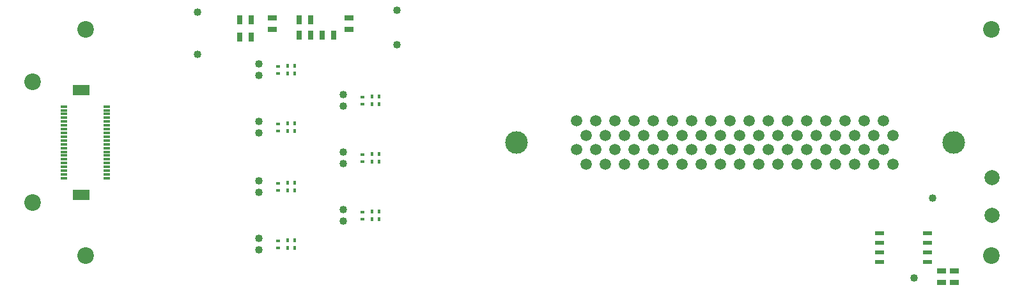
<source format=gts>
G04 (created by PCBNEW (2013-mar-13)-testing) date Sat 16 Nov 2013 03:56:29 AM CET*
%MOIN*%
G04 Gerber Fmt 3.4, Leading zero omitted, Abs format*
%FSLAX34Y34*%
G01*
G70*
G90*
G04 APERTURE LIST*
%ADD10C,0.005906*%
%ADD11R,0.045000X0.025000*%
%ADD12C,0.040000*%
%ADD13R,0.025000X0.045000*%
%ADD14R,0.015700X0.023600*%
%ADD15R,0.023600X0.015700*%
%ADD16C,0.078740*%
%ADD17R,0.045000X0.020000*%
%ADD18C,0.086614*%
%ADD19R,0.035433X0.011811*%
%ADD20R,0.086614X0.053150*%
%ADD21C,0.059055*%
%ADD22C,0.118110*%
G04 APERTURE END LIST*
G54D10*
G54D11*
X89900Y-58500D03*
X89900Y-57900D03*
X55000Y-45300D03*
X55000Y-44700D03*
X59000Y-45300D03*
X59000Y-44700D03*
G54D12*
X88470Y-58240D03*
X54300Y-47098D03*
X54300Y-47698D03*
X58700Y-48698D03*
X58700Y-49298D03*
X54300Y-50098D03*
X54300Y-50698D03*
X58700Y-51698D03*
X58700Y-52298D03*
X54300Y-53198D03*
X54300Y-53798D03*
X58700Y-54698D03*
X58700Y-55298D03*
X54300Y-56198D03*
X54300Y-56798D03*
G54D13*
X57000Y-44800D03*
X56400Y-44800D03*
X53300Y-45700D03*
X53900Y-45700D03*
X57600Y-45600D03*
X58200Y-45600D03*
X53300Y-44800D03*
X53900Y-44800D03*
X57000Y-45600D03*
X56400Y-45600D03*
G54D14*
X60577Y-54798D03*
X60223Y-54798D03*
X60577Y-55198D03*
X60223Y-55198D03*
X56177Y-56698D03*
X55823Y-56698D03*
X56177Y-56298D03*
X55823Y-56298D03*
X56177Y-53698D03*
X55823Y-53698D03*
X56177Y-53298D03*
X55823Y-53298D03*
X60577Y-52198D03*
X60223Y-52198D03*
X60577Y-51798D03*
X60223Y-51798D03*
X56177Y-50598D03*
X55823Y-50598D03*
X56177Y-50198D03*
X55823Y-50198D03*
X60577Y-49198D03*
X60223Y-49198D03*
X60577Y-48798D03*
X60223Y-48798D03*
X56177Y-47598D03*
X55823Y-47598D03*
X56177Y-47198D03*
X55823Y-47198D03*
G54D15*
X55300Y-47221D03*
X55300Y-47575D03*
X59700Y-48821D03*
X59700Y-49175D03*
X55300Y-50221D03*
X55300Y-50575D03*
X59700Y-51821D03*
X59700Y-52175D03*
X55300Y-53321D03*
X55300Y-53675D03*
X55300Y-56321D03*
X55300Y-56675D03*
X59700Y-55175D03*
X59700Y-54821D03*
G54D11*
X90570Y-58500D03*
X90570Y-57900D03*
G54D16*
X92550Y-54984D03*
X92550Y-53015D03*
G54D12*
X61500Y-46100D03*
X89450Y-54100D03*
G54D17*
X89170Y-55920D03*
X89170Y-56420D03*
X89170Y-56920D03*
X89170Y-57420D03*
X86670Y-57420D03*
X86670Y-56920D03*
X86670Y-56420D03*
X86670Y-55920D03*
G54D18*
X45275Y-45275D03*
X45275Y-57086D03*
G54D19*
X46397Y-53051D03*
X44153Y-53051D03*
X46397Y-52854D03*
X44153Y-52854D03*
X46397Y-52657D03*
X44153Y-52657D03*
X46397Y-52460D03*
X44153Y-52460D03*
X46397Y-52263D03*
X44153Y-52263D03*
X46397Y-52066D03*
X44153Y-52066D03*
X46397Y-51870D03*
X44153Y-51870D03*
X46397Y-51673D03*
X44153Y-51673D03*
X46397Y-51476D03*
X44153Y-51476D03*
X46397Y-51279D03*
X44153Y-51279D03*
X46397Y-51082D03*
X44153Y-51082D03*
X46397Y-50885D03*
X44153Y-50885D03*
X46397Y-50688D03*
X44153Y-50688D03*
X46397Y-50492D03*
X44153Y-50492D03*
X46397Y-50295D03*
X44153Y-50295D03*
X46397Y-50098D03*
X44153Y-50098D03*
X46397Y-49901D03*
X44153Y-49901D03*
X46397Y-49704D03*
X44153Y-49704D03*
X46397Y-49507D03*
X44153Y-49507D03*
X46397Y-49311D03*
X44153Y-49311D03*
G54D20*
X45039Y-53909D03*
X45039Y-48454D03*
G54D18*
X42519Y-48031D03*
X42519Y-54330D03*
G54D21*
X87383Y-50806D03*
X87383Y-52306D03*
X86883Y-50056D03*
X86883Y-51556D03*
X86383Y-50806D03*
X86383Y-52306D03*
X85883Y-50056D03*
X85883Y-51556D03*
X85383Y-50806D03*
X85383Y-52306D03*
X84883Y-50056D03*
X84883Y-51556D03*
X84383Y-50806D03*
X84383Y-52306D03*
X83883Y-50056D03*
X83883Y-51556D03*
X83383Y-50806D03*
X83383Y-52306D03*
X82883Y-50056D03*
X82883Y-51556D03*
X82383Y-50806D03*
X82383Y-52306D03*
X81883Y-50056D03*
X81883Y-51556D03*
X81383Y-50806D03*
X81383Y-52306D03*
X80883Y-50056D03*
X80883Y-51556D03*
X80383Y-50806D03*
X80383Y-52306D03*
X79883Y-50056D03*
X79883Y-51556D03*
X79383Y-50806D03*
X79383Y-52306D03*
X78883Y-50056D03*
X78883Y-51556D03*
X78383Y-50806D03*
X78383Y-52306D03*
X77883Y-50056D03*
X77883Y-51556D03*
X77383Y-50806D03*
X77383Y-52306D03*
X76883Y-50056D03*
X76883Y-51556D03*
X76383Y-50806D03*
X76383Y-52306D03*
X75883Y-50056D03*
X75883Y-51556D03*
X75383Y-50806D03*
X75383Y-52306D03*
X74883Y-50056D03*
X74883Y-51556D03*
X74383Y-50806D03*
X74383Y-52306D03*
X73883Y-50056D03*
X73883Y-51556D03*
X73383Y-50806D03*
X73383Y-52306D03*
X72883Y-50056D03*
X72883Y-51556D03*
X72383Y-50806D03*
X72383Y-52306D03*
X71883Y-50056D03*
X71883Y-51556D03*
X71383Y-50806D03*
X71383Y-52306D03*
X70883Y-50056D03*
X70883Y-51556D03*
G54D22*
X67733Y-51181D03*
X90533Y-51181D03*
G54D18*
X90551Y-51181D03*
X92519Y-45275D03*
X92519Y-57086D03*
G54D12*
X61500Y-44300D03*
X51100Y-44400D03*
X51100Y-46600D03*
M02*

</source>
